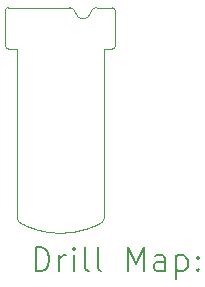
<source format=gbr>
%TF.GenerationSoftware,KiCad,Pcbnew,7.0.6*%
%TF.CreationDate,2023-12-14T14:39:08-08:00*%
%TF.ProjectId,UGC_Trigger,5547435f-5472-4696-9767-65722e6b6963,rev?*%
%TF.SameCoordinates,Original*%
%TF.FileFunction,Drillmap*%
%TF.FilePolarity,Positive*%
%FSLAX45Y45*%
G04 Gerber Fmt 4.5, Leading zero omitted, Abs format (unit mm)*
G04 Created by KiCad (PCBNEW 7.0.6) date 2023-12-14 14:39:08*
%MOMM*%
%LPD*%
G01*
G04 APERTURE LIST*
%ADD10C,0.100000*%
%ADD11C,0.200000*%
G04 APERTURE END LIST*
D10*
X27427112Y-14655400D02*
X27427112Y-14955400D01*
X28357112Y-14955400D02*
X28357112Y-14655400D01*
X28197944Y-14630394D02*
G75*
G03*
X28148619Y-14672214I6J-50006D01*
G01*
X28257112Y-14980400D02*
X28332112Y-14980400D01*
X27527112Y-14980400D02*
X27527112Y-16410652D01*
X27452112Y-14980400D02*
X27527112Y-14980400D01*
X28332112Y-14630400D02*
X28197944Y-14630400D01*
X28257112Y-16408575D02*
X28256046Y-16418844D01*
X28253369Y-16427557D01*
X28257112Y-16408575D02*
X28257112Y-14980400D01*
X28019805Y-14672214D02*
G75*
G03*
X27970480Y-14630400I-49325J-8186D01*
G01*
X27427110Y-14955400D02*
G75*
G03*
X27452112Y-14980400I25000J0D01*
G01*
X28244020Y-16442306D02*
X28236243Y-16449212D01*
X28230170Y-16452940D01*
X28019805Y-14672214D02*
G75*
G03*
X28148619Y-14672214I64407J10688D01*
G01*
X27539211Y-16443264D02*
X27533224Y-16434607D01*
X27530234Y-16428044D01*
X27530234Y-16428044D02*
X27527632Y-16417846D01*
X27527112Y-16410652D01*
X27554429Y-16455211D02*
X27545761Y-16449602D01*
X27539211Y-16443264D01*
X28357110Y-14655400D02*
G75*
G03*
X28332112Y-14630400I-25000J0D01*
G01*
X27952303Y-16533604D02*
X27939525Y-16534560D01*
X27926730Y-16535288D01*
X27913922Y-16535788D01*
X27901105Y-16536061D01*
X27888283Y-16536108D01*
X27875459Y-16535930D01*
X27862639Y-16535528D01*
X27849825Y-16534902D01*
X27837021Y-16534054D01*
X27824232Y-16532985D01*
X27811461Y-16531695D01*
X27798712Y-16530186D01*
X27785990Y-16528457D01*
X27773298Y-16526511D01*
X27760639Y-16524347D01*
X27748018Y-16521967D01*
X27735440Y-16519372D01*
X27722907Y-16516563D01*
X27710423Y-16513540D01*
X27697993Y-16510304D01*
X27685620Y-16506857D01*
X27673309Y-16503198D01*
X27661063Y-16499330D01*
X27648886Y-16495253D01*
X27636782Y-16490967D01*
X27624755Y-16486474D01*
X27612809Y-16481775D01*
X27600948Y-16476869D01*
X27589176Y-16471760D01*
X27577496Y-16466446D01*
X27565912Y-16460930D01*
X27554429Y-16455211D01*
X27452112Y-14630402D02*
G75*
G03*
X27427112Y-14655400I-2J-24998D01*
G01*
X28253369Y-16427557D02*
X28248441Y-16436716D01*
X28244020Y-16442306D01*
X28230170Y-16452940D02*
X28213912Y-16461137D01*
X28197453Y-16468931D01*
X28180807Y-16476319D01*
X28163982Y-16483297D01*
X28146992Y-16489861D01*
X28129846Y-16496007D01*
X28112556Y-16501731D01*
X28095133Y-16507028D01*
X28077589Y-16511897D01*
X28059934Y-16516331D01*
X28042179Y-16520327D01*
X28024336Y-16523882D01*
X28006416Y-16526991D01*
X27988429Y-16529650D01*
X27970388Y-16531856D01*
X27952303Y-16533604D01*
X27970480Y-14630400D02*
X27452112Y-14630400D01*
X28332112Y-14980402D02*
G75*
G03*
X28357112Y-14955400I-2J25002D01*
G01*
D11*
X27682889Y-16861509D02*
X27682889Y-16661509D01*
X27682889Y-16661509D02*
X27730508Y-16661509D01*
X27730508Y-16661509D02*
X27759080Y-16671032D01*
X27759080Y-16671032D02*
X27778127Y-16690080D01*
X27778127Y-16690080D02*
X27787651Y-16709128D01*
X27787651Y-16709128D02*
X27797175Y-16747223D01*
X27797175Y-16747223D02*
X27797175Y-16775794D01*
X27797175Y-16775794D02*
X27787651Y-16813890D01*
X27787651Y-16813890D02*
X27778127Y-16832937D01*
X27778127Y-16832937D02*
X27759080Y-16851985D01*
X27759080Y-16851985D02*
X27730508Y-16861509D01*
X27730508Y-16861509D02*
X27682889Y-16861509D01*
X27882889Y-16861509D02*
X27882889Y-16728175D01*
X27882889Y-16766271D02*
X27892413Y-16747223D01*
X27892413Y-16747223D02*
X27901937Y-16737699D01*
X27901937Y-16737699D02*
X27920984Y-16728175D01*
X27920984Y-16728175D02*
X27940032Y-16728175D01*
X28006699Y-16861509D02*
X28006699Y-16728175D01*
X28006699Y-16661509D02*
X27997175Y-16671032D01*
X27997175Y-16671032D02*
X28006699Y-16680556D01*
X28006699Y-16680556D02*
X28016222Y-16671032D01*
X28016222Y-16671032D02*
X28006699Y-16661509D01*
X28006699Y-16661509D02*
X28006699Y-16680556D01*
X28130508Y-16861509D02*
X28111460Y-16851985D01*
X28111460Y-16851985D02*
X28101937Y-16832937D01*
X28101937Y-16832937D02*
X28101937Y-16661509D01*
X28235270Y-16861509D02*
X28216222Y-16851985D01*
X28216222Y-16851985D02*
X28206699Y-16832937D01*
X28206699Y-16832937D02*
X28206699Y-16661509D01*
X28463841Y-16861509D02*
X28463841Y-16661509D01*
X28463841Y-16661509D02*
X28530508Y-16804366D01*
X28530508Y-16804366D02*
X28597175Y-16661509D01*
X28597175Y-16661509D02*
X28597175Y-16861509D01*
X28778127Y-16861509D02*
X28778127Y-16756747D01*
X28778127Y-16756747D02*
X28768603Y-16737699D01*
X28768603Y-16737699D02*
X28749556Y-16728175D01*
X28749556Y-16728175D02*
X28711460Y-16728175D01*
X28711460Y-16728175D02*
X28692413Y-16737699D01*
X28778127Y-16851985D02*
X28759080Y-16861509D01*
X28759080Y-16861509D02*
X28711460Y-16861509D01*
X28711460Y-16861509D02*
X28692413Y-16851985D01*
X28692413Y-16851985D02*
X28682889Y-16832937D01*
X28682889Y-16832937D02*
X28682889Y-16813890D01*
X28682889Y-16813890D02*
X28692413Y-16794842D01*
X28692413Y-16794842D02*
X28711460Y-16785318D01*
X28711460Y-16785318D02*
X28759080Y-16785318D01*
X28759080Y-16785318D02*
X28778127Y-16775794D01*
X28873365Y-16728175D02*
X28873365Y-16928175D01*
X28873365Y-16737699D02*
X28892413Y-16728175D01*
X28892413Y-16728175D02*
X28930508Y-16728175D01*
X28930508Y-16728175D02*
X28949556Y-16737699D01*
X28949556Y-16737699D02*
X28959080Y-16747223D01*
X28959080Y-16747223D02*
X28968603Y-16766271D01*
X28968603Y-16766271D02*
X28968603Y-16823413D01*
X28968603Y-16823413D02*
X28959080Y-16842461D01*
X28959080Y-16842461D02*
X28949556Y-16851985D01*
X28949556Y-16851985D02*
X28930508Y-16861509D01*
X28930508Y-16861509D02*
X28892413Y-16861509D01*
X28892413Y-16861509D02*
X28873365Y-16851985D01*
X29054318Y-16842461D02*
X29063841Y-16851985D01*
X29063841Y-16851985D02*
X29054318Y-16861509D01*
X29054318Y-16861509D02*
X29044794Y-16851985D01*
X29044794Y-16851985D02*
X29054318Y-16842461D01*
X29054318Y-16842461D02*
X29054318Y-16861509D01*
X29054318Y-16737699D02*
X29063841Y-16747223D01*
X29063841Y-16747223D02*
X29054318Y-16756747D01*
X29054318Y-16756747D02*
X29044794Y-16747223D01*
X29044794Y-16747223D02*
X29054318Y-16737699D01*
X29054318Y-16737699D02*
X29054318Y-16756747D01*
M02*

</source>
